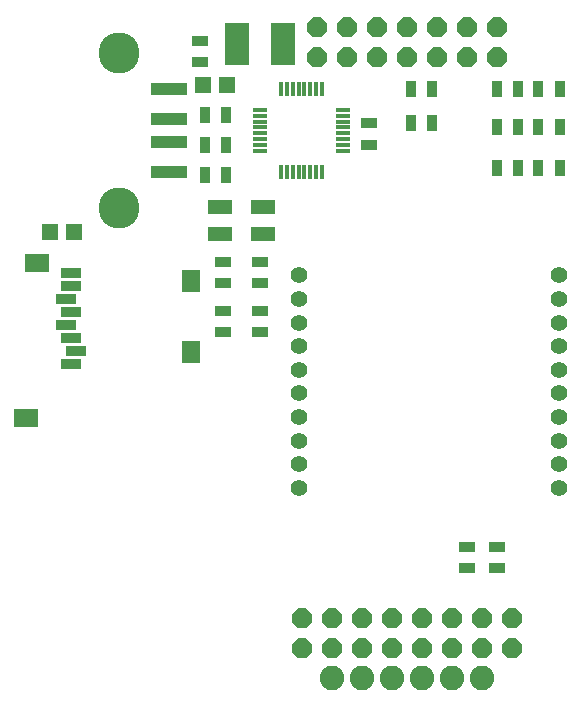
<source format=gts>
G75*
G70*
%OFA0B0*%
%FSLAX24Y24*%
%IPPOS*%
%LPD*%
%AMOC8*
5,1,8,0,0,1.08239X$1,22.5*
%
%ADD10R,0.0510X0.0160*%
%ADD11R,0.0160X0.0510*%
%ADD12C,0.1370*%
%ADD13R,0.1241X0.0414*%
%ADD14R,0.0560X0.0560*%
%ADD15R,0.0532X0.0375*%
%ADD16R,0.0375X0.0532*%
%ADD17R,0.0808X0.1399*%
%ADD18OC8,0.0660*%
%ADD19C,0.0560*%
%ADD20R,0.0808X0.0611*%
%ADD21R,0.0611X0.0769*%
%ADD22R,0.0651X0.0336*%
%ADD23C,0.0820*%
%ADD24R,0.0808X0.0493*%
D10*
X010359Y019116D03*
X010359Y019313D03*
X010359Y019510D03*
X010359Y019707D03*
X010359Y019903D03*
X010359Y020100D03*
X010359Y020297D03*
X010359Y020494D03*
X013115Y020494D03*
X013115Y020297D03*
X013115Y020100D03*
X013115Y019903D03*
X013115Y019707D03*
X013115Y019510D03*
X013115Y019313D03*
X013115Y019116D03*
D11*
X012426Y018427D03*
X012229Y018427D03*
X012032Y018427D03*
X011835Y018427D03*
X011638Y018427D03*
X011442Y018427D03*
X011245Y018427D03*
X011048Y018427D03*
X011048Y021183D03*
X011245Y021183D03*
X011442Y021183D03*
X011638Y021183D03*
X011835Y021183D03*
X012032Y021183D03*
X012229Y021183D03*
X012426Y021183D03*
D12*
X005668Y022390D03*
X005668Y017220D03*
D13*
X007326Y018427D03*
X007326Y019411D03*
X007326Y020199D03*
X007326Y021183D03*
D14*
X008462Y021305D03*
X009262Y021305D03*
X004137Y016430D03*
X003337Y016430D03*
D15*
X008362Y022076D03*
X008362Y022784D03*
X013987Y020034D03*
X013987Y019326D03*
X010362Y015409D03*
X010362Y014701D03*
X010362Y013784D03*
X010362Y013076D03*
X009112Y013076D03*
X009112Y013784D03*
X009112Y014701D03*
X009112Y015409D03*
X017237Y005909D03*
X017237Y005201D03*
X018237Y005201D03*
X018237Y005909D03*
D16*
X009216Y018305D03*
X008508Y018305D03*
X008508Y019305D03*
X009216Y019305D03*
X009216Y020305D03*
X008508Y020305D03*
X015383Y020055D03*
X016091Y020055D03*
X016091Y021180D03*
X015383Y021180D03*
X018258Y021180D03*
X018966Y021180D03*
X019633Y021180D03*
X020341Y021180D03*
X020341Y019930D03*
X019633Y019930D03*
X018966Y019930D03*
X018258Y019930D03*
X018258Y018555D03*
X018966Y018555D03*
X019633Y018555D03*
X020341Y018555D03*
D17*
X011130Y022680D03*
X009594Y022680D03*
D18*
X012237Y022235D03*
X012237Y023235D03*
X013237Y023235D03*
X014237Y023235D03*
X014237Y022235D03*
X013237Y022235D03*
X015237Y022235D03*
X016237Y022235D03*
X016237Y023235D03*
X015237Y023235D03*
X017237Y023235D03*
X017237Y022235D03*
X018237Y022235D03*
X018237Y023235D03*
X018737Y003555D03*
X018737Y002555D03*
X017737Y002555D03*
X017737Y003555D03*
X016737Y003555D03*
X016737Y002555D03*
X015737Y002555D03*
X015737Y003555D03*
X014737Y003555D03*
X014737Y002555D03*
X013737Y002555D03*
X013737Y003555D03*
X012737Y003555D03*
X012737Y002555D03*
X011737Y002555D03*
X011737Y003555D03*
D19*
X011656Y007887D03*
X011656Y008674D03*
X011656Y009461D03*
X011656Y010249D03*
X011656Y011036D03*
X011656Y011824D03*
X011656Y012611D03*
X011656Y013399D03*
X011656Y014186D03*
X011656Y014973D03*
X020318Y014973D03*
X020318Y014186D03*
X020318Y013399D03*
X020318Y012611D03*
X020318Y011824D03*
X020318Y011036D03*
X020318Y010249D03*
X020318Y009461D03*
X020318Y008674D03*
X020318Y007887D03*
D20*
X002552Y010201D03*
X002906Y015398D03*
D21*
X008064Y014768D03*
X008064Y012405D03*
D22*
X004205Y012445D03*
X004048Y012878D03*
X003890Y013311D03*
X004048Y013744D03*
X003890Y014177D03*
X004048Y014610D03*
X004048Y015043D03*
X004048Y012012D03*
D23*
X012737Y001555D03*
X013737Y001555D03*
X014737Y001555D03*
X015737Y001555D03*
X016737Y001555D03*
X017737Y001555D03*
D24*
X010465Y016352D03*
X010465Y017258D03*
X009009Y017258D03*
X009009Y016352D03*
M02*

</source>
